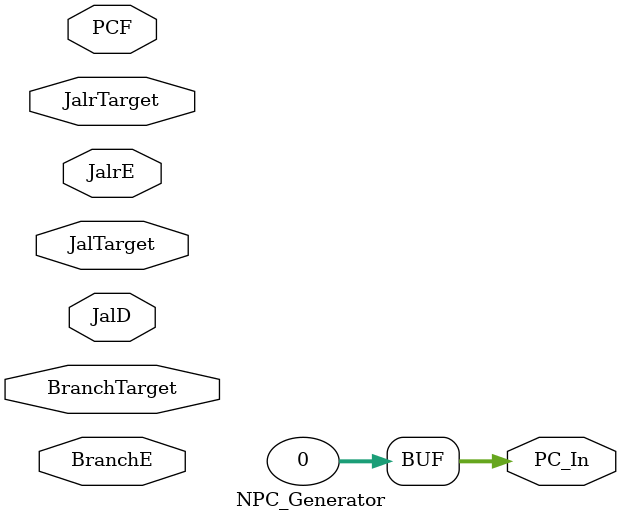
<source format=v>
module NPC_Generator(	// file.cleaned.mlir:2:3
  input  [31:0] PCF,	// file.cleaned.mlir:2:31
                JalrTarget,	// file.cleaned.mlir:2:46
                BranchTarget,	// file.cleaned.mlir:2:68
                JalTarget,	// file.cleaned.mlir:2:92
  input         BranchE,	// file.cleaned.mlir:2:113
                JalD,	// file.cleaned.mlir:2:131
                JalrE,	// file.cleaned.mlir:2:146
  output [31:0] PC_In	// file.cleaned.mlir:2:163
);

  assign PC_In = 32'h0;	// file.cleaned.mlir:3:15, :4:5
endmodule


</source>
